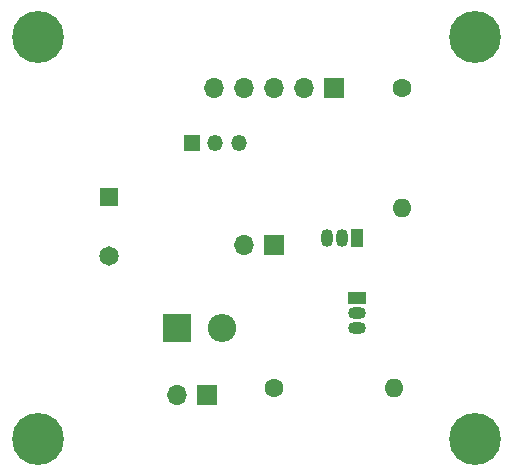
<source format=gbr>
%TF.GenerationSoftware,KiCad,Pcbnew,(5.0.1)-4*%
%TF.CreationDate,2019-03-02T17:13:33-06:00*%
%TF.ProjectId,pcbdesign,70636264657369676E2E6B696361645F,rev?*%
%TF.SameCoordinates,Original*%
%TF.FileFunction,Copper,L1,Top,Signal*%
%TF.FilePolarity,Positive*%
%FSLAX46Y46*%
G04 Gerber Fmt 4.6, Leading zero omitted, Abs format (unit mm)*
G04 Created by KiCad (PCBNEW (5.0.1)-4) date 2019-03-02 5:13:33 PM*
%MOMM*%
%LPD*%
G01*
G04 APERTURE LIST*
%ADD10R,1.700000X1.700000*%
%ADD11O,1.700000X1.700000*%
%ADD12C,1.650000*%
%ADD13R,1.650000X1.650000*%
%ADD14O,1.350000X1.350000*%
%ADD15R,1.350000X1.350000*%
%ADD16O,1.600000X1.600000*%
%ADD17C,1.600000*%
%ADD18R,2.400000X2.400000*%
%ADD19O,2.400000X2.400000*%
%ADD20R,1.500000X1.050000*%
%ADD21O,1.500000X1.050000*%
%ADD22O,1.050000X1.500000*%
%ADD23R,1.050000X1.500000*%
%ADD24C,4.400000*%
%ADD25C,0.250000*%
G04 APERTURE END LIST*
D10*
X187055000Y-34290000D03*
D11*
X184515000Y-34290000D03*
X181975000Y-34290000D03*
X179435000Y-34290000D03*
X176895000Y-34290000D03*
D12*
X168000000Y-48500000D03*
D13*
X168000000Y-43500000D03*
D11*
X179435000Y-47625000D03*
D10*
X181975000Y-47625000D03*
D14*
X179000000Y-39000000D03*
X177000000Y-39000000D03*
D15*
X175000000Y-39000000D03*
D16*
X192770000Y-44450000D03*
D17*
X192770000Y-34290000D03*
D16*
X192135000Y-59690000D03*
D17*
X181975000Y-59690000D03*
D18*
X173720000Y-54610000D03*
D19*
X177530000Y-54610000D03*
D10*
X176260000Y-60325000D03*
D11*
X173720000Y-60325000D03*
D20*
X188960000Y-52070000D03*
D21*
X188960000Y-54610000D03*
X188960000Y-53340000D03*
D22*
X187690000Y-46990000D03*
X186420000Y-46990000D03*
D23*
X188960000Y-46990000D03*
D24*
X199000000Y-64000000D03*
X199000000Y-30000000D03*
X162000000Y-64000000D03*
X162000000Y-30000000D03*
D25*
X181975000Y-48025000D02*
X182000000Y-48000000D01*
X189185000Y-53340000D02*
X188960000Y-53340000D01*
M02*

</source>
